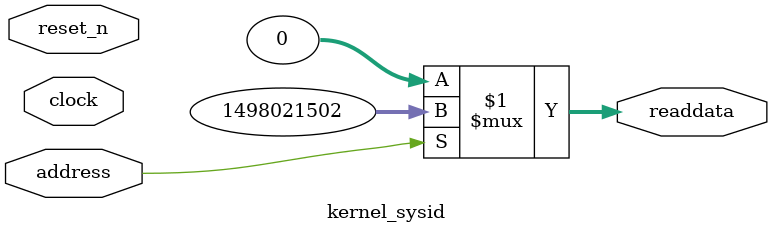
<source format=v>



// synthesis translate_off
`timescale 1ns / 1ps
// synthesis translate_on

// turn off superfluous verilog processor warnings 
// altera message_level Level1 
// altera message_off 10034 10035 10036 10037 10230 10240 10030 

module kernel_sysid (
               // inputs:
                address,
                clock,
                reset_n,

               // outputs:
                readdata
             )
;

  output  [ 31: 0] readdata;
  input            address;
  input            clock;
  input            reset_n;

  wire    [ 31: 0] readdata;
  //control_slave, which is an e_avalon_slave
  assign readdata = address ? 1498021502 : 0;

endmodule



</source>
